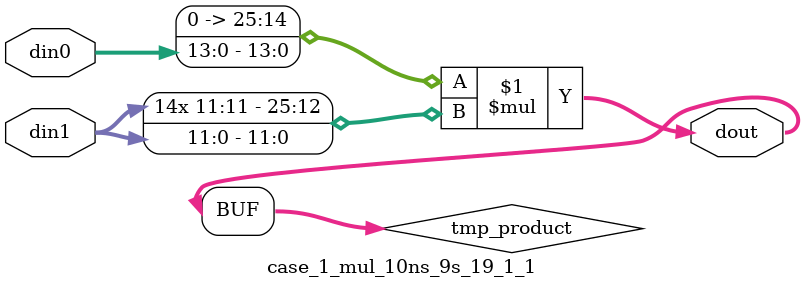
<source format=v>

`timescale 1 ns / 1 ps

 (* use_dsp = "no" *)  module case_1_mul_10ns_9s_19_1_1(din0, din1, dout);
parameter ID = 1;
parameter NUM_STAGE = 0;
parameter din0_WIDTH = 14;
parameter din1_WIDTH = 12;
parameter dout_WIDTH = 26;

input [din0_WIDTH - 1 : 0] din0; 
input [din1_WIDTH - 1 : 0] din1; 
output [dout_WIDTH - 1 : 0] dout;

wire signed [dout_WIDTH - 1 : 0] tmp_product;

























assign tmp_product = $signed({1'b0, din0}) * $signed(din1);










assign dout = tmp_product;





















endmodule

</source>
